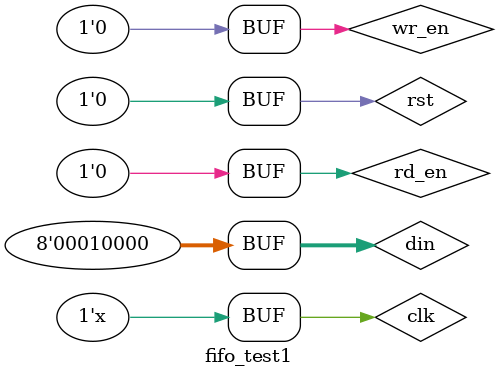
<source format=v>
`timescale 1ns / 1ps
module fifo_test1 (); /* this is automatically generated */
	
	//inputs
	reg clk;
	reg rst;
	reg [7 : 0] din;
	reg wr_en;
	reg rd_en;

	//outputs
	wire [7 : 0] dout;
	wire full;
	wire almost_empty;
	wire almost_full;
	wire empty;
	wire [3 : 0] data_count;
	wire prog_full;
	wire prog_empty;

	// Instantiate the Unit Under Test(UUT)
	// verilator lint_off WIDTH
	fifo_test fifo_te(
		.clk          (clk),
		.rst          (rst),
		.din          (din),
		.wr_en        (wr_en),
		.rd_en        (rd_en),
		.dout         (dout),
		.full         (full),
		.almost_full  (almost_full),
		.empty        (empty),
		.almost_empty (almost_empty),
		.data_count   (data_count),
		.prog_full    (prog_full),
		.prog_empty   (prog_empty)
		);
	// verilator lint_on WIDTH
	initial begin
		// Initialize Inputs
		clk = 0;
		rst = 1;
		din = 0;
		wr_en = 0;
		rd_en = 0;
	// verilator lint_off STMTDLY 
		// wait 100 ns for global reset to finish
		#100;

		// Add stimulus here
		rst = 0;
			#200;

		repeat (16) begin
				wr_en = 1;
				#20;
				wr_en = 0;
				#20;
				din = din + 1'b1;
		end
			#100
			repeat (16) begin
					rd_en = 1;
					#20;
					rd_en = 0;
					#20;
		end
	end
	always  begin
		clk = ~clk;
		#10;
	end
	// verilator lint_on STMTDLY 
endmodule


</source>
